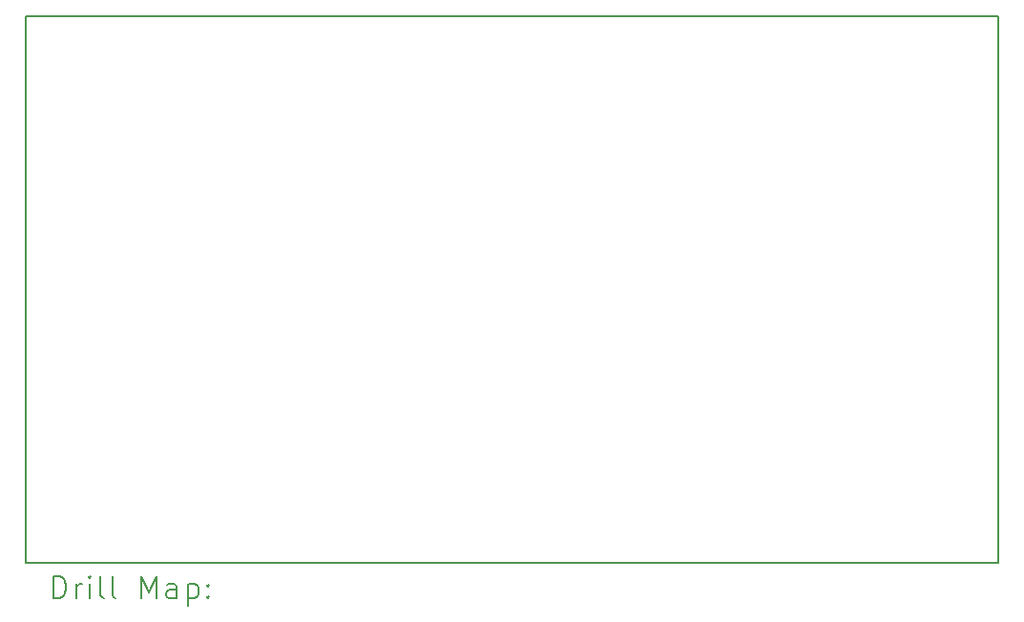
<source format=gbr>
%FSLAX45Y45*%
G04 Gerber Fmt 4.5, Leading zero omitted, Abs format (unit mm)*
G04 Created by KiCad (PCBNEW (6.0.4)) date 2022-05-09 12:24:42*
%MOMM*%
%LPD*%
G01*
G04 APERTURE LIST*
%TA.AperFunction,Profile*%
%ADD10C,0.200000*%
%TD*%
%ADD11C,0.200000*%
G04 APERTURE END LIST*
D10*
X17370000Y-8800000D02*
X26000000Y-8800000D01*
X17370000Y-3950000D02*
X26000000Y-3950000D01*
X26000000Y-8800000D02*
X26000000Y-3950000D01*
X17370000Y-3950000D02*
X17370000Y-8800000D01*
D11*
X17617619Y-9120476D02*
X17617619Y-8920476D01*
X17665238Y-8920476D01*
X17693810Y-8930000D01*
X17712857Y-8949048D01*
X17722381Y-8968095D01*
X17731905Y-9006190D01*
X17731905Y-9034762D01*
X17722381Y-9072857D01*
X17712857Y-9091905D01*
X17693810Y-9110952D01*
X17665238Y-9120476D01*
X17617619Y-9120476D01*
X17817619Y-9120476D02*
X17817619Y-8987143D01*
X17817619Y-9025238D02*
X17827143Y-9006190D01*
X17836667Y-8996667D01*
X17855714Y-8987143D01*
X17874762Y-8987143D01*
X17941429Y-9120476D02*
X17941429Y-8987143D01*
X17941429Y-8920476D02*
X17931905Y-8930000D01*
X17941429Y-8939524D01*
X17950952Y-8930000D01*
X17941429Y-8920476D01*
X17941429Y-8939524D01*
X18065238Y-9120476D02*
X18046190Y-9110952D01*
X18036667Y-9091905D01*
X18036667Y-8920476D01*
X18170000Y-9120476D02*
X18150952Y-9110952D01*
X18141429Y-9091905D01*
X18141429Y-8920476D01*
X18398571Y-9120476D02*
X18398571Y-8920476D01*
X18465238Y-9063333D01*
X18531905Y-8920476D01*
X18531905Y-9120476D01*
X18712857Y-9120476D02*
X18712857Y-9015714D01*
X18703333Y-8996667D01*
X18684286Y-8987143D01*
X18646190Y-8987143D01*
X18627143Y-8996667D01*
X18712857Y-9110952D02*
X18693810Y-9120476D01*
X18646190Y-9120476D01*
X18627143Y-9110952D01*
X18617619Y-9091905D01*
X18617619Y-9072857D01*
X18627143Y-9053810D01*
X18646190Y-9044286D01*
X18693810Y-9044286D01*
X18712857Y-9034762D01*
X18808095Y-8987143D02*
X18808095Y-9187143D01*
X18808095Y-8996667D02*
X18827143Y-8987143D01*
X18865238Y-8987143D01*
X18884286Y-8996667D01*
X18893810Y-9006190D01*
X18903333Y-9025238D01*
X18903333Y-9082381D01*
X18893810Y-9101429D01*
X18884286Y-9110952D01*
X18865238Y-9120476D01*
X18827143Y-9120476D01*
X18808095Y-9110952D01*
X18989048Y-9101429D02*
X18998571Y-9110952D01*
X18989048Y-9120476D01*
X18979524Y-9110952D01*
X18989048Y-9101429D01*
X18989048Y-9120476D01*
X18989048Y-8996667D02*
X18998571Y-9006190D01*
X18989048Y-9015714D01*
X18979524Y-9006190D01*
X18989048Y-8996667D01*
X18989048Y-9015714D01*
M02*

</source>
